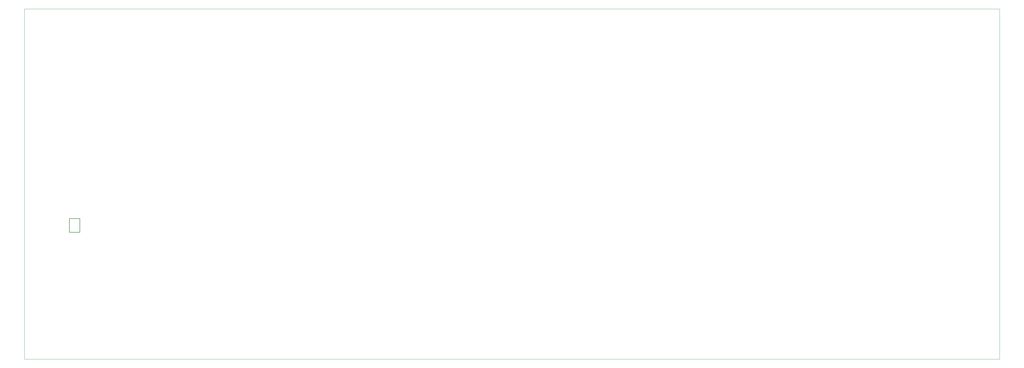
<source format=gm1>
G04 #@! TF.GenerationSoftware,KiCad,Pcbnew,7.0.10*
G04 #@! TF.CreationDate,2024-01-23T22:17:01-03:00*
G04 #@! TF.ProjectId,PCB,5043422e-6b69-4636-9164-5f7063625858,V1.0*
G04 #@! TF.SameCoordinates,Original*
G04 #@! TF.FileFunction,Profile,NP*
%FSLAX46Y46*%
G04 Gerber Fmt 4.6, Leading zero omitted, Abs format (unit mm)*
G04 Created by KiCad (PCBNEW 7.0.10) date 2024-01-23 22:17:01*
%MOMM*%
%LPD*%
G01*
G04 APERTURE LIST*
G04 #@! TA.AperFunction,Profile*
%ADD10C,0.100000*%
G04 #@! TD*
G04 #@! TA.AperFunction,Profile*
%ADD11C,0.150000*%
G04 #@! TD*
G04 APERTURE END LIST*
D10*
X28575000Y-28575000D02*
X353218750Y-28575000D01*
X353218750Y-145256250D01*
X28575000Y-145256250D01*
X28575000Y-28575000D01*
D11*
X46993750Y-98475000D02*
X46993750Y-102975000D01*
X46993750Y-98475000D02*
X43493750Y-98475000D01*
X43493750Y-102975000D02*
X46993750Y-102975000D01*
X43493750Y-98475000D02*
X43493750Y-102975000D01*
M02*

</source>
